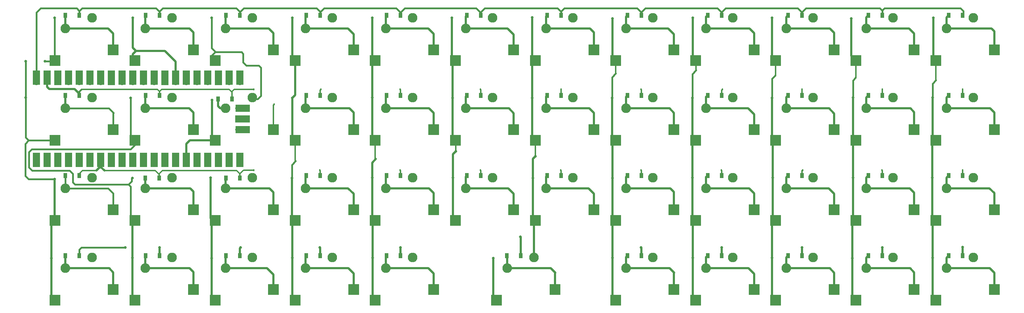
<source format=gbr>
%TF.GenerationSoftware,KiCad,Pcbnew,(6.0.11)*%
%TF.CreationDate,2023-04-14T22:13:07-06:00*%
%TF.ProjectId,JL Planck,4a4c2050-6c61-46e6-936b-2e6b69636164,rev?*%
%TF.SameCoordinates,Original*%
%TF.FileFunction,Copper,L2,Bot*%
%TF.FilePolarity,Positive*%
%FSLAX46Y46*%
G04 Gerber Fmt 4.6, Leading zero omitted, Abs format (unit mm)*
G04 Created by KiCad (PCBNEW (6.0.11)) date 2023-04-14 22:13:07*
%MOMM*%
%LPD*%
G01*
G04 APERTURE LIST*
%TA.AperFunction,SMDPad,CuDef*%
%ADD10R,2.550000X2.500000*%
%TD*%
%TA.AperFunction,ComponentPad*%
%ADD11C,2.286000*%
%TD*%
%TA.AperFunction,SMDPad,CuDef*%
%ADD12R,0.900000X1.200000*%
%TD*%
%TA.AperFunction,SMDPad,CuDef*%
%ADD13R,3.500000X1.700000*%
%TD*%
%TA.AperFunction,ComponentPad*%
%ADD14O,1.700000X1.700000*%
%TD*%
%TA.AperFunction,ComponentPad*%
%ADD15R,1.700000X1.700000*%
%TD*%
%TA.AperFunction,SMDPad,CuDef*%
%ADD16R,1.700000X3.500000*%
%TD*%
%TA.AperFunction,ViaPad*%
%ADD17C,0.457200*%
%TD*%
%TA.AperFunction,ViaPad*%
%ADD18C,0.635000*%
%TD*%
%TA.AperFunction,Conductor*%
%ADD19C,0.381000*%
%TD*%
%TA.AperFunction,Conductor*%
%ADD20C,0.508000*%
%TD*%
%TA.AperFunction,Conductor*%
%ADD21C,0.250000*%
%TD*%
%TA.AperFunction,Conductor*%
%ADD22C,0.304800*%
%TD*%
%TA.AperFunction,Conductor*%
%ADD23C,0.254000*%
%TD*%
G04 APERTURE END LIST*
D10*
%TO.P,SW26,2,2*%
%TO.N,Net-(D26-Pad2)*%
X95836681Y-101989249D03*
D11*
X84466681Y-96909249D03*
%TO.P,SW26,1,1*%
%TO.N,COL1*%
X90816681Y-94369249D03*
D10*
X81986681Y-104529249D03*
%TD*%
D11*
%TO.P,SW25,2,2*%
%TO.N,Net-(D25-Pad2)*%
X65466681Y-96909249D03*
D10*
X76836681Y-101989249D03*
D11*
%TO.P,SW25,1,1*%
%TO.N,COL0*%
X71816681Y-94369249D03*
D10*
X62986681Y-104529249D03*
%TD*%
D11*
%TO.P,SW18,2,2*%
%TO.N,Net-(D18-Pad2)*%
X160466681Y-77909249D03*
D10*
X171836681Y-82989249D03*
D11*
%TO.P,SW18,1,1*%
%TO.N,COL5*%
X166816681Y-75369249D03*
D10*
X157986681Y-85529249D03*
%TD*%
D11*
%TO.P,SW44,2,2*%
%TO.N,Net-(D44-Pad2)*%
X217466681Y-115909249D03*
D10*
X228836681Y-120989249D03*
D11*
%TO.P,SW44,1,1*%
%TO.N,COL8*%
X223816681Y-113369249D03*
D10*
X214986681Y-123529249D03*
%TD*%
D11*
%TO.P,SW14,1,1*%
%TO.N,COL1*%
X90816681Y-75369249D03*
D10*
X81986681Y-85529249D03*
%TO.P,SW14,2,2*%
%TO.N,Net-(D14-Pad2)*%
X95836681Y-82989249D03*
D11*
X84466681Y-77909249D03*
%TD*%
D10*
%TO.P,SW29,2,2*%
%TO.N,Net-(D29-Pad2)*%
X152836681Y-101989249D03*
D11*
X141466681Y-96909249D03*
D10*
%TO.P,SW29,1,1*%
%TO.N,COL4*%
X138986681Y-104529249D03*
D11*
X147816681Y-94369249D03*
%TD*%
%TO.P,SW20,2,2*%
%TO.N,Net-(D20-Pad2)*%
X198466681Y-77909249D03*
D10*
X209836681Y-82989249D03*
D11*
%TO.P,SW20,1,1*%
%TO.N,COL7*%
X204816681Y-75369249D03*
D10*
X195986681Y-85529249D03*
%TD*%
%TO.P,SW23,2,2*%
%TO.N,Net-(D23-Pad2)*%
X266836681Y-82989249D03*
D11*
X255466681Y-77909249D03*
%TO.P,SW23,1,1*%
%TO.N,COL10*%
X261816681Y-75369249D03*
D10*
X252986681Y-85529249D03*
%TD*%
%TO.P,SW16,2,2*%
%TO.N,Net-(D16-Pad2)*%
X133836681Y-82989249D03*
D11*
X122466681Y-77909249D03*
D10*
%TO.P,SW16,1,1*%
%TO.N,COL3*%
X119986681Y-85529249D03*
D11*
X128816681Y-75369249D03*
%TD*%
D10*
%TO.P,SW30,2,2*%
%TO.N,Net-(D30-Pad2)*%
X171836681Y-101989249D03*
D11*
X160466681Y-96909249D03*
%TO.P,SW30,1,1*%
%TO.N,COL5*%
X166816681Y-94369249D03*
D10*
X157986681Y-104529249D03*
%TD*%
%TO.P,SW36,2,2*%
%TO.N,Net-(D36-Pad2)*%
X285836681Y-101989249D03*
D11*
X274466681Y-96909249D03*
%TO.P,SW36,1,1*%
%TO.N,COL11*%
X280816681Y-94369249D03*
D10*
X271986681Y-104529249D03*
%TD*%
D11*
%TO.P,SW42,2,2*%
%TO.N,Net-(D42-Pad2)*%
X170241681Y-115909249D03*
D10*
X181611681Y-120989249D03*
D11*
%TO.P,SW42,1,1*%
%TO.N,COL6*%
X176591681Y-113369249D03*
D10*
X167761681Y-123529249D03*
%TD*%
%TO.P,SW8,2,2*%
%TO.N,Net-(D8-Pad2)*%
X209836681Y-63989249D03*
D11*
X198466681Y-58909249D03*
%TO.P,SW8,1,1*%
%TO.N,COL7*%
X204816681Y-56369249D03*
D10*
X195986681Y-66529249D03*
%TD*%
%TO.P,SW37,2,2*%
%TO.N,Net-(D37-Pad2)*%
X76836681Y-120989249D03*
D11*
X65466681Y-115909249D03*
D10*
%TO.P,SW37,1,1*%
%TO.N,COL0*%
X62986681Y-123529249D03*
D11*
X71816681Y-113369249D03*
%TD*%
%TO.P,SW39,2,2*%
%TO.N,Net-(D39-Pad2)*%
X103466681Y-115909249D03*
D10*
X114836681Y-120989249D03*
D11*
%TO.P,SW39,1,1*%
%TO.N,COL2*%
X109816681Y-113369249D03*
D10*
X100986681Y-123529249D03*
%TD*%
%TO.P,SW34,2,2*%
%TO.N,Net-(D34-Pad2)*%
X247836681Y-101989249D03*
D11*
X236466681Y-96909249D03*
D10*
%TO.P,SW34,1,1*%
%TO.N,COL9*%
X233986681Y-104529249D03*
D11*
X242816681Y-94369249D03*
%TD*%
%TO.P,SW31,2,2*%
%TO.N,Net-(D31-Pad2)*%
X179466681Y-96909249D03*
D10*
X190836681Y-101989249D03*
D11*
%TO.P,SW31,1,1*%
%TO.N,COL6*%
X185816681Y-94369249D03*
D10*
X176986681Y-104529249D03*
%TD*%
D11*
%TO.P,SW40,2,2*%
%TO.N,Net-(D40-Pad2)*%
X122466681Y-115909249D03*
D10*
X133836681Y-120989249D03*
D11*
%TO.P,SW40,1,1*%
%TO.N,COL3*%
X128816681Y-113369249D03*
D10*
X119986681Y-123529249D03*
%TD*%
D11*
%TO.P,SW35,2,2*%
%TO.N,Net-(D35-Pad2)*%
X255466681Y-96909249D03*
D10*
X266836681Y-101989249D03*
D11*
%TO.P,SW35,1,1*%
%TO.N,COL10*%
X261816681Y-94369249D03*
D10*
X252986681Y-104529249D03*
%TD*%
%TO.P,SW38,2,2*%
%TO.N,Net-(D38-Pad2)*%
X95836681Y-120989249D03*
D11*
X84466681Y-115909249D03*
D10*
%TO.P,SW38,1,1*%
%TO.N,COL1*%
X81986681Y-123529249D03*
D11*
X90816681Y-113369249D03*
%TD*%
D10*
%TO.P,SW10,2,2*%
%TO.N,Net-(D10-Pad2)*%
X247836681Y-63989249D03*
D11*
X236466681Y-58909249D03*
%TO.P,SW10,1,1*%
%TO.N,COL9*%
X242816681Y-56369249D03*
D10*
X233986681Y-66529249D03*
%TD*%
%TO.P,SW12,2,2*%
%TO.N,Net-(D12-Pad2)*%
X285836681Y-63989249D03*
D11*
X274466681Y-58909249D03*
D10*
%TO.P,SW12,1,1*%
%TO.N,COL11*%
X271986681Y-66529249D03*
D11*
X280816681Y-56369249D03*
%TD*%
D10*
%TO.P,SW22,2,2*%
%TO.N,Net-(D22-Pad2)*%
X247836681Y-82989249D03*
D11*
X236466681Y-77909249D03*
%TO.P,SW22,1,1*%
%TO.N,COL9*%
X242816681Y-75369249D03*
D10*
X233986681Y-85529249D03*
%TD*%
%TO.P,SW6,2,2*%
%TO.N,Net-(D6-Pad2)*%
X171836681Y-63989249D03*
D11*
X160466681Y-58909249D03*
%TO.P,SW6,1,1*%
%TO.N,COL5*%
X166816681Y-56369249D03*
D10*
X157986681Y-66529249D03*
%TD*%
%TO.P,SW41,2,2*%
%TO.N,Net-(D41-Pad2)*%
X152836681Y-120989249D03*
D11*
X141466681Y-115909249D03*
%TO.P,SW41,1,1*%
%TO.N,COL4*%
X147816681Y-113369249D03*
D10*
X138986681Y-123529249D03*
%TD*%
%TO.P,SW15,2,2*%
%TO.N,Net-(D15-Pad2)*%
X114836681Y-82989249D03*
D11*
X103466681Y-77909249D03*
D10*
%TO.P,SW15,1,1*%
%TO.N,COL2*%
X100986681Y-85529249D03*
D11*
X109816681Y-75369249D03*
%TD*%
D10*
%TO.P,SW1,2,2*%
%TO.N,Net-(D1-Pad2)*%
X76836681Y-63989249D03*
D11*
X65466681Y-58909249D03*
D10*
%TO.P,SW1,1,1*%
%TO.N,COL0*%
X62986681Y-66529249D03*
D11*
X71816681Y-56369249D03*
%TD*%
%TO.P,SW13,2,2*%
%TO.N,Net-(D13-Pad2)*%
X65466681Y-77909249D03*
D10*
X76836681Y-82989249D03*
D11*
%TO.P,SW13,1,1*%
%TO.N,COL0*%
X71816681Y-75369249D03*
D10*
X62986681Y-85529249D03*
%TD*%
%TO.P,SW24,2,2*%
%TO.N,Net-(D24-Pad2)*%
X285836681Y-82989249D03*
D11*
X274466681Y-77909249D03*
D10*
%TO.P,SW24,1,1*%
%TO.N,COL11*%
X271986681Y-85529249D03*
D11*
X280816681Y-75369249D03*
%TD*%
D10*
%TO.P,SW17,2,2*%
%TO.N,Net-(D17-Pad2)*%
X152836681Y-82989249D03*
D11*
X141466681Y-77909249D03*
%TO.P,SW17,1,1*%
%TO.N,COL4*%
X147816681Y-75369249D03*
D10*
X138986681Y-85529249D03*
%TD*%
D11*
%TO.P,SW32,2,2*%
%TO.N,Net-(D32-Pad2)*%
X198466681Y-96909249D03*
D10*
X209836681Y-101989249D03*
%TO.P,SW32,1,1*%
%TO.N,COL7*%
X195986681Y-104529249D03*
D11*
X204816681Y-94369249D03*
%TD*%
%TO.P,SW7,2,2*%
%TO.N,Net-(D7-Pad2)*%
X179466681Y-58909249D03*
D10*
X190836681Y-63989249D03*
%TO.P,SW7,1,1*%
%TO.N,COL6*%
X176986681Y-66529249D03*
D11*
X185816681Y-56369249D03*
%TD*%
D10*
%TO.P,SW3,2,2*%
%TO.N,Net-(D3-Pad2)*%
X114836681Y-63989249D03*
D11*
X103466681Y-58909249D03*
%TO.P,SW3,1,1*%
%TO.N,COL2*%
X109816681Y-56369249D03*
D10*
X100986681Y-66529249D03*
%TD*%
D11*
%TO.P,SW27,2,2*%
%TO.N,Net-(D27-Pad2)*%
X103466681Y-96909249D03*
D10*
X114836681Y-101989249D03*
%TO.P,SW27,1,1*%
%TO.N,COL2*%
X100986681Y-104529249D03*
D11*
X109816681Y-94369249D03*
%TD*%
D10*
%TO.P,SW21,2,2*%
%TO.N,Net-(D21-Pad2)*%
X228836681Y-82989249D03*
D11*
X217466681Y-77909249D03*
%TO.P,SW21,1,1*%
%TO.N,COL8*%
X223816681Y-75369249D03*
D10*
X214986681Y-85529249D03*
%TD*%
D11*
%TO.P,SW5,2,2*%
%TO.N,Net-(D5-Pad2)*%
X141466681Y-58909249D03*
D10*
X152836681Y-63989249D03*
D11*
%TO.P,SW5,1,1*%
%TO.N,COL4*%
X147816681Y-56369249D03*
D10*
X138986681Y-66529249D03*
%TD*%
%TO.P,SW28,2,2*%
%TO.N,Net-(D28-Pad2)*%
X133836681Y-101989249D03*
D11*
X122466681Y-96909249D03*
D10*
%TO.P,SW28,1,1*%
%TO.N,COL3*%
X119986681Y-104529249D03*
D11*
X128816681Y-94369249D03*
%TD*%
D10*
%TO.P,SW19,2,2*%
%TO.N,Net-(D19-Pad2)*%
X190836681Y-82989249D03*
D11*
X179466681Y-77909249D03*
D10*
%TO.P,SW19,1,1*%
%TO.N,COL6*%
X176986681Y-85529249D03*
D11*
X185816681Y-75369249D03*
%TD*%
D10*
%TO.P,SW43,2,2*%
%TO.N,Net-(D43-Pad2)*%
X209836681Y-120989249D03*
D11*
X198466681Y-115909249D03*
D10*
%TO.P,SW43,1,1*%
%TO.N,COL7*%
X195986681Y-123529249D03*
D11*
X204816681Y-113369249D03*
%TD*%
D10*
%TO.P,SW46,2,2*%
%TO.N,Net-(D46-Pad2)*%
X266836681Y-120989249D03*
D11*
X255466681Y-115909249D03*
D10*
%TO.P,SW46,1,1*%
%TO.N,COL10*%
X252986681Y-123529249D03*
D11*
X261816681Y-113369249D03*
%TD*%
D10*
%TO.P,SW47,2,2*%
%TO.N,Net-(D47-Pad2)*%
X285836681Y-120989249D03*
D11*
X274466681Y-115909249D03*
%TO.P,SW47,1,1*%
%TO.N,COL11*%
X280816681Y-113369249D03*
D10*
X271986681Y-123529249D03*
%TD*%
%TO.P,SW33,2,2*%
%TO.N,Net-(D33-Pad2)*%
X228836681Y-101989249D03*
D11*
X217466681Y-96909249D03*
%TO.P,SW33,1,1*%
%TO.N,COL8*%
X223816681Y-94369249D03*
D10*
X214986681Y-104529249D03*
%TD*%
%TO.P,SW45,2,2*%
%TO.N,Net-(D45-Pad2)*%
X247836681Y-120989249D03*
D11*
X236466681Y-115909249D03*
D10*
%TO.P,SW45,1,1*%
%TO.N,COL9*%
X233986681Y-123529249D03*
D11*
X242816681Y-113369249D03*
%TD*%
%TO.P,SW9,2,2*%
%TO.N,Net-(D9-Pad2)*%
X217466681Y-58909249D03*
D10*
X228836681Y-63989249D03*
D11*
%TO.P,SW9,1,1*%
%TO.N,COL8*%
X223816681Y-56369249D03*
D10*
X214986681Y-66529249D03*
%TD*%
D11*
%TO.P,SW4,2,2*%
%TO.N,Net-(D4-Pad2)*%
X122466681Y-58909249D03*
D10*
X133836681Y-63989249D03*
D11*
%TO.P,SW4,1,1*%
%TO.N,COL3*%
X128816681Y-56369249D03*
D10*
X119986681Y-66529249D03*
%TD*%
%TO.P,SW2,2,2*%
%TO.N,Net-(D2-Pad2)*%
X95836681Y-63989249D03*
D11*
X84466681Y-58909249D03*
%TO.P,SW2,1,1*%
%TO.N,COL1*%
X90816681Y-56369249D03*
D10*
X81986681Y-66529249D03*
%TD*%
%TO.P,SW11,2,2*%
%TO.N,Net-(D11-Pad2)*%
X266836681Y-63989249D03*
D11*
X255466681Y-58909249D03*
D10*
%TO.P,SW11,1,1*%
%TO.N,COL10*%
X252986681Y-66529249D03*
D11*
X261816681Y-56369249D03*
%TD*%
D12*
%TO.P,D18,1,K*%
%TO.N,ROW1*%
X163996681Y-74809249D03*
%TO.P,D18,2,A*%
%TO.N,Net-(D18-Pad2)*%
X160696681Y-74809249D03*
%TD*%
%TO.P,D35,1,K*%
%TO.N,ROW2*%
X259246681Y-93859249D03*
%TO.P,D35,2,A*%
%TO.N,Net-(D35-Pad2)*%
X255946681Y-93859249D03*
%TD*%
%TO.P,D1,1,K*%
%TO.N,ROW0*%
X68746681Y-55759249D03*
%TO.P,D1,2,A*%
%TO.N,Net-(D1-Pad2)*%
X65446681Y-55759249D03*
%TD*%
%TO.P,D4,1,K*%
%TO.N,ROW0*%
X125896681Y-55759249D03*
%TO.P,D4,2,A*%
%TO.N,Net-(D4-Pad2)*%
X122596681Y-55759249D03*
%TD*%
%TO.P,D27,1,K*%
%TO.N,ROW2*%
X106846681Y-94469249D03*
%TO.P,D27,2,A*%
%TO.N,Net-(D27-Pad2)*%
X103546681Y-94469249D03*
%TD*%
%TO.P,D22,1,K*%
%TO.N,ROW1*%
X240196681Y-74809249D03*
%TO.P,D22,2,A*%
%TO.N,Net-(D22-Pad2)*%
X236896681Y-74809249D03*
%TD*%
%TO.P,D44,1,K*%
%TO.N,ROW3*%
X221146681Y-112909249D03*
%TO.P,D44,2,A*%
%TO.N,Net-(D44-Pad2)*%
X217846681Y-112909249D03*
%TD*%
%TO.P,D41,1,K*%
%TO.N,ROW3*%
X144946681Y-112909249D03*
%TO.P,D41,2,A*%
%TO.N,Net-(D41-Pad2)*%
X141646681Y-112909249D03*
%TD*%
%TO.P,D30,1,K*%
%TO.N,ROW2*%
X163996681Y-93859249D03*
%TO.P,D30,2,A*%
%TO.N,Net-(D30-Pad2)*%
X160696681Y-93859249D03*
%TD*%
%TO.P,D25,1,K*%
%TO.N,ROW2*%
X68746681Y-93859249D03*
%TO.P,D25,2,A*%
%TO.N,Net-(D25-Pad2)*%
X65446681Y-93859249D03*
%TD*%
%TO.P,D24,1,K*%
%TO.N,ROW1*%
X278296681Y-74809249D03*
%TO.P,D24,2,A*%
%TO.N,Net-(D24-Pad2)*%
X274996681Y-74809249D03*
%TD*%
%TO.P,D43,1,K*%
%TO.N,ROW3*%
X202096681Y-112909249D03*
%TO.P,D43,2,A*%
%TO.N,Net-(D43-Pad2)*%
X198796681Y-112909249D03*
%TD*%
%TO.P,D39,1,K*%
%TO.N,ROW3*%
X106846681Y-112909249D03*
%TO.P,D39,2,A*%
%TO.N,Net-(D39-Pad2)*%
X103546681Y-112909249D03*
%TD*%
%TO.P,D29,1,K*%
%TO.N,ROW2*%
X144946681Y-93859249D03*
%TO.P,D29,2,A*%
%TO.N,Net-(D29-Pad2)*%
X141646681Y-93859249D03*
%TD*%
%TO.P,D33,1,K*%
%TO.N,ROW2*%
X221146681Y-93859249D03*
%TO.P,D33,2,A*%
%TO.N,Net-(D33-Pad2)*%
X217846681Y-93859249D03*
%TD*%
%TO.P,D20,1,K*%
%TO.N,ROW1*%
X202096681Y-74809249D03*
%TO.P,D20,2,A*%
%TO.N,Net-(D20-Pad2)*%
X198796681Y-74809249D03*
%TD*%
%TO.P,D19,1,K*%
%TO.N,ROW1*%
X183046681Y-74809249D03*
%TO.P,D19,2,A*%
%TO.N,Net-(D19-Pad2)*%
X179746681Y-74809249D03*
%TD*%
%TO.P,D23,1,K*%
%TO.N,ROW1*%
X259246681Y-74809249D03*
%TO.P,D23,2,A*%
%TO.N,Net-(D23-Pad2)*%
X255946681Y-74809249D03*
%TD*%
%TO.P,D2,1,K*%
%TO.N,ROW0*%
X87796681Y-55759249D03*
%TO.P,D2,2,A*%
%TO.N,Net-(D2-Pad2)*%
X84496681Y-55759249D03*
%TD*%
%TO.P,D6,1,K*%
%TO.N,ROW0*%
X163996681Y-55759249D03*
%TO.P,D6,2,A*%
%TO.N,Net-(D6-Pad2)*%
X160696681Y-55759249D03*
%TD*%
%TO.P,D13,2,A*%
%TO.N,Net-(D13-Pad2)*%
X65446681Y-74809249D03*
%TO.P,D13,1,K*%
%TO.N,ROW1*%
X68746681Y-74809249D03*
%TD*%
%TO.P,D45,1,K*%
%TO.N,ROW3*%
X240196681Y-112909249D03*
%TO.P,D45,2,A*%
%TO.N,Net-(D45-Pad2)*%
X236896681Y-112909249D03*
%TD*%
%TO.P,D28,1,K*%
%TO.N,ROW2*%
X125896681Y-93859249D03*
%TO.P,D28,2,A*%
%TO.N,Net-(D28-Pad2)*%
X122596681Y-93859249D03*
%TD*%
%TO.P,D8,1,K*%
%TO.N,ROW0*%
X202096681Y-55759249D03*
%TO.P,D8,2,A*%
%TO.N,Net-(D8-Pad2)*%
X198796681Y-55759249D03*
%TD*%
%TO.P,D7,1,K*%
%TO.N,ROW0*%
X183046681Y-55759249D03*
%TO.P,D7,2,A*%
%TO.N,Net-(D7-Pad2)*%
X179746681Y-55759249D03*
%TD*%
%TO.P,D38,1,K*%
%TO.N,ROW3*%
X87796681Y-112909249D03*
%TO.P,D38,2,A*%
%TO.N,Net-(D38-Pad2)*%
X84496681Y-112909249D03*
%TD*%
%TO.P,D32,1,K*%
%TO.N,ROW2*%
X202096681Y-93859249D03*
%TO.P,D32,2,A*%
%TO.N,Net-(D32-Pad2)*%
X198796681Y-93859249D03*
%TD*%
%TO.P,D26,1,K*%
%TO.N,ROW2*%
X87690681Y-94469249D03*
%TO.P,D26,2,A*%
%TO.N,Net-(D26-Pad2)*%
X84390681Y-94469249D03*
%TD*%
%TO.P,D42,1,K*%
%TO.N,ROW3*%
X173521681Y-112909249D03*
%TO.P,D42,2,A*%
%TO.N,Net-(D42-Pad2)*%
X170221681Y-112909249D03*
%TD*%
%TO.P,D5,1,K*%
%TO.N,ROW0*%
X144946681Y-55759249D03*
%TO.P,D5,2,A*%
%TO.N,Net-(D5-Pad2)*%
X141646681Y-55759249D03*
%TD*%
%TO.P,D15,1,K*%
%TO.N,ROW1*%
X104962681Y-75673249D03*
%TO.P,D15,2,A*%
%TO.N,Net-(D15-Pad2)*%
X101662681Y-75673249D03*
%TD*%
%TO.P,D12,1,K*%
%TO.N,ROW0*%
X278296681Y-55759249D03*
%TO.P,D12,2,A*%
%TO.N,Net-(D12-Pad2)*%
X274996681Y-55759249D03*
%TD*%
%TO.P,D40,1,K*%
%TO.N,ROW3*%
X125896681Y-112909249D03*
%TO.P,D40,2,A*%
%TO.N,Net-(D40-Pad2)*%
X122596681Y-112909249D03*
%TD*%
%TO.P,D36,1,K*%
%TO.N,ROW2*%
X278296681Y-93859249D03*
%TO.P,D36,2,A*%
%TO.N,Net-(D36-Pad2)*%
X274996681Y-93859249D03*
%TD*%
%TO.P,D11,1,K*%
%TO.N,ROW0*%
X259246681Y-55759249D03*
%TO.P,D11,2,A*%
%TO.N,Net-(D11-Pad2)*%
X255946681Y-55759249D03*
%TD*%
%TO.P,D21,1,K*%
%TO.N,ROW1*%
X221146681Y-74809249D03*
%TO.P,D21,2,A*%
%TO.N,Net-(D21-Pad2)*%
X217846681Y-74809249D03*
%TD*%
%TO.P,D47,1,K*%
%TO.N,ROW3*%
X278296681Y-112909249D03*
%TO.P,D47,2,A*%
%TO.N,Net-(D47-Pad2)*%
X274996681Y-112909249D03*
%TD*%
%TO.P,D34,1,K*%
%TO.N,ROW2*%
X240196681Y-93859249D03*
%TO.P,D34,2,A*%
%TO.N,Net-(D34-Pad2)*%
X236896681Y-93859249D03*
%TD*%
%TO.P,D37,1,K*%
%TO.N,ROW3*%
X68746681Y-112909249D03*
%TO.P,D37,2,A*%
%TO.N,Net-(D37-Pad2)*%
X65446681Y-112909249D03*
%TD*%
%TO.P,D10,1,K*%
%TO.N,ROW0*%
X240196681Y-55759249D03*
%TO.P,D10,2,A*%
%TO.N,Net-(D10-Pad2)*%
X236896681Y-55759249D03*
%TD*%
%TO.P,D14,1,K*%
%TO.N,ROW1*%
X87796681Y-74809249D03*
%TO.P,D14,2,A*%
%TO.N,Net-(D14-Pad2)*%
X84496681Y-74809249D03*
%TD*%
D13*
%TO.P,U1,43,SWDIO*%
%TO.N,unconnected-(U1-Pad43)*%
X107538681Y-82912249D03*
D14*
X106638681Y-82912249D03*
D13*
%TO.P,U1,42,GND*%
%TO.N,unconnected-(U1-Pad42)*%
X107538681Y-80372249D03*
D15*
X106638681Y-80372249D03*
D13*
%TO.P,U1,41,SWCLK*%
%TO.N,unconnected-(U1-Pad41)*%
X107538681Y-77832249D03*
D14*
X106638681Y-77832249D03*
%TO.P,U1,40,VBUS*%
%TO.N,unconnected-(U1-Pad40)*%
X58608681Y-89262249D03*
D16*
X58608681Y-90162249D03*
D14*
%TO.P,U1,39,VSYS*%
%TO.N,unconnected-(U1-Pad39)*%
X61148681Y-89262249D03*
D16*
X61148681Y-90162249D03*
D15*
%TO.P,U1,38,GND*%
%TO.N,unconnected-(U1-Pad38)*%
X63688681Y-89262249D03*
D16*
X63688681Y-90162249D03*
%TO.P,U1,37,3V3_EN*%
%TO.N,unconnected-(U1-Pad37)*%
X66228681Y-90162249D03*
D14*
X66228681Y-89262249D03*
%TO.P,U1,36,3V3*%
%TO.N,unconnected-(U1-Pad36)*%
X68768681Y-89262249D03*
D16*
X68768681Y-90162249D03*
%TO.P,U1,35,ADC_VREF*%
%TO.N,unconnected-(U1-Pad35)*%
X71308681Y-90162249D03*
D14*
X71308681Y-89262249D03*
D16*
%TO.P,U1,34,GPIO28_ADC2*%
%TO.N,ROW2*%
X73848681Y-90162249D03*
D14*
X73848681Y-89262249D03*
D15*
%TO.P,U1,33,AGND*%
%TO.N,unconnected-(U1-Pad33)*%
X76388681Y-89262249D03*
D16*
X76388681Y-90162249D03*
%TO.P,U1,32,GPIO27_ADC1*%
%TO.N,COL0*%
X78928681Y-90162249D03*
D14*
X78928681Y-89262249D03*
D16*
%TO.P,U1,31,GPIO26_ADC0*%
%TO.N,ROW3*%
X81468681Y-90162249D03*
D14*
X81468681Y-89262249D03*
D16*
%TO.P,U1,30,RUN*%
%TO.N,unconnected-(U1-Pad30)*%
X84008681Y-90162249D03*
D14*
X84008681Y-89262249D03*
D16*
%TO.P,U1,29,GPIO22*%
%TO.N,unconnected-(U1-Pad29)*%
X86548681Y-90162249D03*
D14*
X86548681Y-89262249D03*
D16*
%TO.P,U1,28,GND*%
%TO.N,unconnected-(U1-Pad28)*%
X89088681Y-90162249D03*
D15*
X89088681Y-89262249D03*
D16*
%TO.P,U1,27,GPIO21*%
%TO.N,unconnected-(U1-Pad27)*%
X91628681Y-90162249D03*
D14*
X91628681Y-89262249D03*
D16*
%TO.P,U1,26,GPIO20*%
%TO.N,COL2*%
X94168681Y-90162249D03*
D14*
X94168681Y-89262249D03*
D16*
%TO.P,U1,25,GPIO19*%
%TO.N,COL3*%
X96708681Y-90162249D03*
D14*
X96708681Y-89262249D03*
%TO.P,U1,24,GPIO18*%
%TO.N,COL4*%
X99248681Y-89262249D03*
D16*
X99248681Y-90162249D03*
%TO.P,U1,23,GND*%
%TO.N,unconnected-(U1-Pad23)*%
X101788681Y-90162249D03*
D15*
X101788681Y-89262249D03*
D16*
%TO.P,U1,22,GPIO17*%
%TO.N,COL5*%
X104328681Y-90162249D03*
D14*
X104328681Y-89262249D03*
%TO.P,U1,21,GPIO16*%
%TO.N,COL6*%
X106868681Y-89262249D03*
D16*
X106868681Y-90162249D03*
%TO.P,U1,20,GPIO15*%
%TO.N,COL7*%
X106868681Y-70582249D03*
D14*
X106868681Y-71482249D03*
D16*
%TO.P,U1,19,GPIO14*%
%TO.N,COL8*%
X104328681Y-70582249D03*
D14*
X104328681Y-71482249D03*
D15*
%TO.P,U1,18,GND*%
%TO.N,unconnected-(U1-Pad18)*%
X101788681Y-71482249D03*
D16*
X101788681Y-70582249D03*
%TO.P,U1,17,GPIO13*%
%TO.N,COL9*%
X99248681Y-70582249D03*
D14*
X99248681Y-71482249D03*
%TO.P,U1,16,GPIO12*%
%TO.N,COL10*%
X96708681Y-71482249D03*
D16*
X96708681Y-70582249D03*
D14*
%TO.P,U1,15,GPIO11*%
%TO.N,COL11*%
X94168681Y-71482249D03*
D16*
X94168681Y-70582249D03*
%TO.P,U1,14,GPIO10*%
%TO.N,COL1*%
X91628681Y-70582249D03*
D14*
X91628681Y-71482249D03*
D15*
%TO.P,U1,13,GND*%
%TO.N,unconnected-(U1-Pad13)*%
X89088681Y-71482249D03*
D16*
X89088681Y-70582249D03*
%TO.P,U1,12,GPIO9*%
%TO.N,unconnected-(U1-Pad12)*%
X86548681Y-70582249D03*
D14*
X86548681Y-71482249D03*
D16*
%TO.P,U1,11,GPIO8*%
%TO.N,unconnected-(U1-Pad11)*%
X84008681Y-70582249D03*
D14*
X84008681Y-71482249D03*
%TO.P,U1,10,GPIO7*%
%TO.N,unconnected-(U1-Pad10)*%
X81468681Y-71482249D03*
D16*
X81468681Y-70582249D03*
D14*
%TO.P,U1,9,GPIO6*%
%TO.N,unconnected-(U1-Pad9)*%
X78928681Y-71482249D03*
D16*
X78928681Y-70582249D03*
D15*
%TO.P,U1,8,GND*%
%TO.N,unconnected-(U1-Pad8)*%
X76388681Y-71482249D03*
D16*
X76388681Y-70582249D03*
D14*
%TO.P,U1,7,GPIO5*%
%TO.N,unconnected-(U1-Pad7)*%
X73848681Y-71482249D03*
D16*
X73848681Y-70582249D03*
%TO.P,U1,6,GPIO4*%
%TO.N,unconnected-(U1-Pad6)*%
X71308681Y-70582249D03*
D14*
X71308681Y-71482249D03*
D16*
%TO.P,U1,5,GPIO3*%
%TO.N,unconnected-(U1-Pad5)*%
X68768681Y-70582249D03*
D14*
X68768681Y-71482249D03*
D16*
%TO.P,U1,4,GPIO2*%
%TO.N,unconnected-(U1-Pad4)*%
X66228681Y-70582249D03*
D14*
X66228681Y-71482249D03*
D15*
%TO.P,U1,3,GND*%
%TO.N,unconnected-(U1-Pad3)*%
X63688681Y-71482249D03*
D16*
X63688681Y-70582249D03*
%TO.P,U1,2,GPIO1*%
%TO.N,ROW1*%
X61148681Y-70582249D03*
D14*
X61148681Y-71482249D03*
D16*
%TO.P,U1,1,GPIO0*%
%TO.N,ROW0*%
X58608681Y-70582249D03*
D14*
X58608681Y-71482249D03*
%TD*%
D12*
%TO.P,D46,1,K*%
%TO.N,ROW3*%
X259246681Y-112909249D03*
%TO.P,D46,2,A*%
%TO.N,Net-(D46-Pad2)*%
X255946681Y-112909249D03*
%TD*%
%TO.P,D31,1,K*%
%TO.N,ROW2*%
X183046681Y-93859249D03*
%TO.P,D31,2,A*%
%TO.N,Net-(D31-Pad2)*%
X179746681Y-93859249D03*
%TD*%
%TO.P,D17,1,K*%
%TO.N,ROW1*%
X144946681Y-74809249D03*
%TO.P,D17,2,A*%
%TO.N,Net-(D17-Pad2)*%
X141646681Y-74809249D03*
%TD*%
%TO.P,D9,1,K*%
%TO.N,ROW0*%
X221146681Y-55759249D03*
%TO.P,D9,2,A*%
%TO.N,Net-(D9-Pad2)*%
X217846681Y-55759249D03*
%TD*%
%TO.P,D3,1,K*%
%TO.N,ROW0*%
X106846681Y-55759249D03*
%TO.P,D3,2,A*%
%TO.N,Net-(D3-Pad2)*%
X103546681Y-55759249D03*
%TD*%
%TO.P,D16,1,K*%
%TO.N,ROW1*%
X125896681Y-74809249D03*
%TO.P,D16,2,A*%
%TO.N,Net-(D16-Pad2)*%
X122596681Y-74809249D03*
%TD*%
D17*
%TO.N,ROW1*%
X259268681Y-73387249D03*
X221295681Y-73387249D03*
X163891681Y-73387249D03*
X110170681Y-73387249D03*
X126045681Y-73387249D03*
X144841681Y-73387249D03*
X278318681Y-73387249D03*
X183068681Y-73387249D03*
X201991681Y-73387249D03*
X240218681Y-73387249D03*
%TO.N,Net-(D15-Pad2)*%
X114996681Y-76943249D03*
%TO.N,ROW2*%
X278318681Y-92564249D03*
X221041681Y-92564249D03*
X259141681Y-92564249D03*
X182941681Y-92564249D03*
X163891681Y-92564249D03*
X125791681Y-92564249D03*
X144841681Y-92564249D03*
X240345681Y-92564249D03*
X201991681Y-92564249D03*
X110170681Y-92564249D03*
D18*
%TO.N,ROW3*%
X221168681Y-110979249D03*
X173416681Y-108439249D03*
X125791681Y-110979249D03*
X240218681Y-110979249D03*
X201991681Y-110979249D03*
X278318681Y-110852249D03*
X79690681Y-110979249D03*
X259268681Y-110979249D03*
X144968681Y-110979249D03*
X87818681Y-110979249D03*
X106995681Y-110979249D03*
%TO.N,COL0*%
X62926681Y-94723249D03*
X60640681Y-66656249D03*
X62905280Y-56390650D03*
X62164681Y-113519249D03*
X56068681Y-66656249D03*
X56068681Y-75292249D03*
%TO.N,COL1*%
X80960681Y-75419249D03*
X81468681Y-56369249D03*
X81341681Y-113392249D03*
X81341681Y-94469249D03*
%TO.N,COL2*%
X100264681Y-75927249D03*
X100137681Y-113519249D03*
X99910681Y-94369249D03*
X100137681Y-56369249D03*
%TO.N,COL3*%
X119314681Y-56369249D03*
X119314681Y-113392249D03*
X119314681Y-75419249D03*
D17*
X120076681Y-90405249D03*
D18*
X119187681Y-94469249D03*
D17*
%TO.N,COL4*%
X139126681Y-89897249D03*
D18*
X138364681Y-113392249D03*
X138237681Y-94342249D03*
X138237681Y-56369249D03*
X138237681Y-75292249D03*
%TO.N,COL5*%
X157160681Y-56369249D03*
X158049681Y-88119249D03*
X157414681Y-94342249D03*
X157287681Y-75419249D03*
%TO.N,COL6*%
X176972681Y-89262249D03*
X176210681Y-56242249D03*
X166939681Y-113519249D03*
X176210681Y-75419249D03*
X176337681Y-94469249D03*
D17*
%TO.N,COL7*%
X196022681Y-69577249D03*
D18*
X195260681Y-113392249D03*
X195260681Y-56496249D03*
X195260681Y-94469249D03*
X195133681Y-75419249D03*
%TO.N,COL8*%
X214183681Y-94342249D03*
D17*
X215072681Y-68815249D03*
D18*
X214183681Y-75419249D03*
X214310681Y-113392249D03*
X214310681Y-56369249D03*
%TO.N,COL9*%
X233233681Y-94342249D03*
X233106681Y-113392249D03*
D17*
X233868681Y-70085249D03*
D18*
X233106681Y-56369249D03*
X233106681Y-75419249D03*
%TO.N,COL10*%
X252283681Y-94342249D03*
X251902681Y-56496249D03*
D17*
X252918681Y-70593249D03*
D18*
X252283681Y-75292249D03*
X252156681Y-113519249D03*
%TO.N,COL11*%
X271333681Y-56369249D03*
X271206681Y-75292249D03*
X271206681Y-113392249D03*
X271079681Y-94342249D03*
D17*
X271986681Y-71210249D03*
%TD*%
D19*
%TO.N,ROW0*%
X221146681Y-55759249D02*
X221146681Y-54994249D01*
X125896681Y-54994249D02*
X126807681Y-54083249D01*
X183046681Y-54867249D02*
X183830681Y-54083249D01*
X87796681Y-55759249D02*
X87796681Y-54867249D01*
X221146681Y-55077249D02*
X220152681Y-54083249D01*
X183046681Y-55759249D02*
X183046681Y-54950249D01*
X202096681Y-55759249D02*
X202096681Y-54994249D01*
X163996681Y-54994249D02*
X164907681Y-54083249D01*
X144946681Y-55759249D02*
X144946681Y-55077249D01*
X125896681Y-54950249D02*
X125029681Y-54083249D01*
X183046681Y-55759249D02*
X183046681Y-54867249D01*
X278445681Y-54718249D02*
X278445681Y-55610249D01*
X240196681Y-55759249D02*
X240196681Y-54994249D01*
X68133681Y-54083249D02*
X68768681Y-54718249D01*
X259246681Y-54613249D02*
X259163681Y-54613249D01*
X221146681Y-54994249D02*
X222057681Y-54083249D01*
X88580681Y-54083249D02*
X105979681Y-54083249D01*
X68746681Y-54740249D02*
X68746681Y-55759249D01*
X202096681Y-55759249D02*
X202096681Y-55077249D01*
X59624681Y-54083249D02*
X68133681Y-54083249D01*
X259163681Y-54613249D02*
X258633681Y-54083249D01*
X202096681Y-54994249D02*
X203007681Y-54083249D01*
X277810681Y-54083249D02*
X278445681Y-54718249D01*
X106846681Y-55759249D02*
X106846681Y-54994249D01*
X144946681Y-55077249D02*
X143952681Y-54083249D01*
X106846681Y-55759249D02*
X106846681Y-54950249D01*
X240196681Y-54994249D02*
X241107681Y-54083249D01*
X68746681Y-54740249D02*
X69403681Y-54083249D01*
X87796681Y-54950249D02*
X86929681Y-54083249D01*
X164907681Y-54083249D02*
X182179681Y-54083249D01*
X183046681Y-54950249D02*
X182179681Y-54083249D01*
X68768681Y-54718249D02*
X68746681Y-54740249D01*
X58608681Y-55099249D02*
X59624681Y-54083249D01*
X107757681Y-54083249D02*
X125029681Y-54083249D01*
X222057681Y-54083249D02*
X239202681Y-54083249D01*
X144946681Y-55121249D02*
X145984681Y-54083249D01*
X259776681Y-54083249D02*
X277810681Y-54083249D01*
X259246681Y-55759249D02*
X259246681Y-54613249D01*
X125896681Y-55759249D02*
X125896681Y-54950249D01*
X145984681Y-54083249D02*
X162875681Y-54083249D01*
X221146681Y-55759249D02*
X221146681Y-55077249D01*
X126807681Y-54083249D02*
X143952681Y-54083249D01*
X106846681Y-54950249D02*
X105979681Y-54083249D01*
X278445681Y-55610249D02*
X278296681Y-55759249D01*
X241107681Y-54083249D02*
X258633681Y-54083249D01*
X202096681Y-55077249D02*
X201102681Y-54083249D01*
X240196681Y-55077249D02*
X239202681Y-54083249D01*
X125896681Y-55759249D02*
X125896681Y-54994249D01*
X240196681Y-55759249D02*
X240196681Y-55077249D01*
X203007681Y-54083249D02*
X220152681Y-54083249D01*
X58608681Y-71482249D02*
X58608681Y-55099249D01*
X87796681Y-55759249D02*
X87796681Y-54950249D01*
X259246681Y-54613249D02*
X259776681Y-54083249D01*
X69403681Y-54083249D02*
X86929681Y-54083249D01*
X163996681Y-55759249D02*
X163996681Y-54994249D01*
X163996681Y-55204249D02*
X162875681Y-54083249D01*
X163996681Y-55759249D02*
X163996681Y-55204249D01*
X87796681Y-54867249D02*
X88580681Y-54083249D01*
X106846681Y-54994249D02*
X107757681Y-54083249D01*
X144946681Y-55759249D02*
X144946681Y-55121249D01*
X183830681Y-54083249D02*
X201102681Y-54083249D01*
D20*
%TO.N,Net-(D1-Pad2)*%
X65466681Y-58909249D02*
X65466681Y-55779249D01*
X65466681Y-58909249D02*
X75626681Y-58909249D01*
X76836681Y-60119249D02*
X76836681Y-63989249D01*
X65466681Y-55779249D02*
X65446681Y-55759249D01*
X75626681Y-58909249D02*
X76836681Y-60119249D01*
%TO.N,Net-(D2-Pad2)*%
X84466681Y-58909249D02*
X84466681Y-55789249D01*
X95836681Y-59815249D02*
X95836681Y-63989249D01*
D21*
X84496681Y-55759249D02*
X84516681Y-55779249D01*
D20*
X94930681Y-58909249D02*
X95836681Y-59815249D01*
X84466681Y-58909249D02*
X94930681Y-58909249D01*
X84466681Y-55789249D02*
X84496681Y-55759249D01*
%TO.N,Net-(D3-Pad2)*%
X103466681Y-58909249D02*
X103466681Y-55839249D01*
X103466681Y-55839249D02*
X103546681Y-55759249D01*
X114836681Y-60019249D02*
X114836681Y-63989249D01*
X103466681Y-58909249D02*
X113726681Y-58909249D01*
D21*
X103546681Y-55759249D02*
X103566681Y-55779249D01*
D20*
X113726681Y-58909249D02*
X114836681Y-60019249D01*
%TO.N,Net-(D4-Pad2)*%
X133836681Y-60223249D02*
X133836681Y-63989249D01*
X122466681Y-58909249D02*
X132522681Y-58909249D01*
X132522681Y-58909249D02*
X133836681Y-60223249D01*
X122466681Y-58909249D02*
X122466681Y-55889249D01*
X122466681Y-55889249D02*
X122596681Y-55759249D01*
%TO.N,Net-(D5-Pad2)*%
X152836681Y-60173249D02*
X152836681Y-63989249D01*
X141466681Y-58909249D02*
X151572681Y-58909249D01*
X141466681Y-55939249D02*
X141646681Y-55759249D01*
X141466681Y-58909249D02*
X141466681Y-55939249D01*
X151572681Y-58909249D02*
X152836681Y-60173249D01*
%TO.N,Net-(D6-Pad2)*%
X160466681Y-58909249D02*
X170368681Y-58909249D01*
X171836681Y-60377249D02*
X171836681Y-63989249D01*
X160466681Y-55989249D02*
X160696681Y-55759249D01*
X160466681Y-58909249D02*
X160466681Y-55989249D01*
D21*
X160696681Y-55759249D02*
X160716681Y-55779249D01*
D20*
X170368681Y-58909249D02*
X171836681Y-60377249D01*
%TO.N,Net-(D7-Pad2)*%
X179466681Y-58909249D02*
X189926681Y-58909249D01*
X189926681Y-58909249D02*
X190836681Y-59819249D01*
X190836681Y-59819249D02*
X190836681Y-63989249D01*
X179466681Y-58909249D02*
X179466681Y-56039249D01*
X179466681Y-56039249D02*
X179746681Y-55759249D01*
%TO.N,Net-(D8-Pad2)*%
X198466681Y-58909249D02*
X208468681Y-58909249D01*
D21*
X198796681Y-55759249D02*
X198816681Y-55779249D01*
D20*
X198466681Y-56089249D02*
X198796681Y-55759249D01*
X209836681Y-60277249D02*
X209836681Y-63989249D01*
X208468681Y-58909249D02*
X209836681Y-60277249D01*
X198466681Y-58909249D02*
X198466681Y-56089249D01*
%TO.N,Net-(D9-Pad2)*%
X228836681Y-59973249D02*
X228836681Y-63989249D01*
X217466681Y-56139249D02*
X217846681Y-55759249D01*
X217466681Y-58909249D02*
X227772681Y-58909249D01*
X227772681Y-58909249D02*
X228836681Y-59973249D01*
X217466681Y-58909249D02*
X217466681Y-56139249D01*
%TO.N,Net-(D10-Pad2)*%
X246822681Y-58909249D02*
X247836681Y-59923249D01*
X236466681Y-56189249D02*
X236896681Y-55759249D01*
D21*
X236896681Y-55759249D02*
X236916681Y-55779249D01*
D20*
X236466681Y-58909249D02*
X246822681Y-58909249D01*
X247836681Y-59923249D02*
X247836681Y-63989249D01*
X236466681Y-58909249D02*
X236466681Y-56189249D01*
%TO.N,Net-(D11-Pad2)*%
X265618681Y-58909249D02*
X266836681Y-60127249D01*
X255466681Y-58909249D02*
X265618681Y-58909249D01*
X255466681Y-56239249D02*
X255946681Y-55759249D01*
X255466681Y-58909249D02*
X255466681Y-56239249D01*
D21*
X255946681Y-55759249D02*
X255966681Y-55779249D01*
D20*
X266836681Y-60127249D02*
X266836681Y-63989249D01*
%TO.N,Net-(D12-Pad2)*%
X274466681Y-56289249D02*
X274996681Y-55759249D01*
X274466681Y-58909249D02*
X285176681Y-58909249D01*
X274466681Y-58909249D02*
X274466681Y-56289249D01*
X285836681Y-59569249D02*
X285836681Y-63989249D01*
X285176681Y-58909249D02*
X285836681Y-59569249D01*
D21*
X274996681Y-55759249D02*
X275016681Y-55779249D01*
D19*
%TO.N,ROW1*%
X68746681Y-73917249D02*
X69276681Y-73387249D01*
D22*
X125896681Y-73536249D02*
X126045681Y-73387249D01*
X202096681Y-74809249D02*
X202096681Y-73492249D01*
D20*
X67625681Y-73260249D02*
X61656681Y-73260249D01*
D22*
X278318681Y-74787249D02*
X278296681Y-74809249D01*
X183046681Y-73409249D02*
X183068681Y-73387249D01*
X278318681Y-73387249D02*
X278318681Y-74787249D01*
X202096681Y-73492249D02*
X201991681Y-73387249D01*
D19*
X68746681Y-74809249D02*
X68746681Y-73917249D01*
D20*
X68746681Y-74381249D02*
X67625681Y-73260249D01*
D22*
X125896681Y-74809249D02*
X125896681Y-73536249D01*
X87796681Y-74809249D02*
X87796681Y-73917249D01*
X105471681Y-73387249D02*
X110170681Y-73387249D01*
X87310681Y-73387249D02*
X87796681Y-73873249D01*
X163996681Y-74809249D02*
X163996681Y-73492249D01*
X259246681Y-74809249D02*
X259246681Y-73409249D01*
X144946681Y-73492249D02*
X144841681Y-73387249D01*
D20*
X68746681Y-74809249D02*
X68746681Y-74381249D01*
X61656681Y-73260249D02*
X61148681Y-72752249D01*
D19*
X202096681Y-74381249D02*
X202096681Y-74809249D01*
D22*
X87796681Y-73873249D02*
X87796681Y-74809249D01*
X69276681Y-73387249D02*
X87310681Y-73387249D01*
D20*
X61148681Y-72752249D02*
X61148681Y-71482249D01*
D22*
X104328681Y-73387249D02*
X104962681Y-74021249D01*
X104962681Y-73896249D02*
X105471681Y-73387249D01*
X240196681Y-73409249D02*
X240218681Y-73387249D01*
X259246681Y-73409249D02*
X259268681Y-73387249D01*
X144946681Y-74809249D02*
X144946681Y-73492249D01*
X104962681Y-75673249D02*
X104962681Y-73896249D01*
X240196681Y-74809249D02*
X240196681Y-73409249D01*
X183046681Y-74809249D02*
X183046681Y-73409249D01*
X221146681Y-73536249D02*
X221295681Y-73387249D01*
X87796681Y-73917249D02*
X88326681Y-73387249D01*
X163996681Y-73492249D02*
X163891681Y-73387249D01*
X221146681Y-74809249D02*
X221146681Y-73536249D01*
X88326681Y-73387249D02*
X104328681Y-73387249D01*
X104962681Y-74021249D02*
X104962681Y-75673249D01*
D19*
%TO.N,Net-(D13-Pad2)*%
X76836681Y-79035249D02*
X76836681Y-82989249D01*
X65466681Y-77909249D02*
X75830681Y-77909249D01*
D20*
X65466681Y-77909249D02*
X65466681Y-74829249D01*
X65466681Y-74829249D02*
X65446681Y-74809249D01*
D19*
X75830681Y-77909249D02*
X76896681Y-78975249D01*
X76896681Y-78975249D02*
X76836681Y-79035249D01*
D20*
%TO.N,Net-(D14-Pad2)*%
X95836681Y-78865249D02*
X95836681Y-82989249D01*
X84466681Y-77909249D02*
X94880681Y-77909249D01*
X94880681Y-77909249D02*
X95836681Y-78865249D01*
X84466681Y-74839249D02*
X84496681Y-74809249D01*
X84466681Y-77909249D02*
X84466681Y-74839249D01*
D22*
%TO.N,Net-(D15-Pad2)*%
X114836681Y-77103249D02*
X114836681Y-82989249D01*
D20*
X101662681Y-77323249D02*
X101662681Y-75673249D01*
X101661681Y-77324249D02*
X101662681Y-77323249D01*
X102246681Y-77909249D02*
X101661681Y-77324249D01*
X103466681Y-77909249D02*
X102246681Y-77909249D01*
D23*
X114996681Y-76943249D02*
X114836681Y-77103249D01*
D20*
%TO.N,Net-(D16-Pad2)*%
X122466681Y-74939249D02*
X122596681Y-74809249D01*
D21*
X122596681Y-74809249D02*
X122616681Y-74829249D01*
D20*
X132853681Y-77909249D02*
X133836681Y-78892249D01*
X133836681Y-78892249D02*
X133836681Y-82989249D01*
X122466681Y-77909249D02*
X122466681Y-74939249D01*
X122466681Y-77909249D02*
X132853681Y-77909249D01*
%TO.N,Net-(D17-Pad2)*%
X152836681Y-78981249D02*
X152836681Y-82989249D01*
X141466681Y-77909249D02*
X151776681Y-77909249D01*
X151776681Y-77909249D02*
X152842681Y-78975249D01*
X152842681Y-78975249D02*
X152836681Y-78981249D01*
X141466681Y-77909249D02*
X141466681Y-74989249D01*
X141466681Y-74989249D02*
X141646681Y-74809249D01*
%TO.N,Net-(D18-Pad2)*%
X160466681Y-77909249D02*
X160466681Y-75039249D01*
X160466681Y-75039249D02*
X160696681Y-74809249D01*
X160466681Y-77909249D02*
X170699681Y-77909249D01*
X170699681Y-77909249D02*
X171836681Y-79046249D01*
X171836681Y-79046249D02*
X171836681Y-82989249D01*
%TO.N,Net-(D19-Pad2)*%
X190836681Y-78996249D02*
X190836681Y-82989249D01*
X189749681Y-77909249D02*
X190836681Y-78996249D01*
X179466681Y-75089249D02*
X179746681Y-74809249D01*
X179466681Y-77909249D02*
X189749681Y-77909249D01*
X179466681Y-77909249D02*
X179466681Y-75089249D01*
D21*
X179746681Y-74809249D02*
X179766681Y-74829249D01*
D20*
%TO.N,Net-(D20-Pad2)*%
X209836681Y-78946249D02*
X209836681Y-82989249D01*
X198466681Y-77909249D02*
X198466681Y-75139249D01*
X198466681Y-75139249D02*
X198796681Y-74809249D01*
X198466681Y-77909249D02*
X208799681Y-77909249D01*
X208799681Y-77909249D02*
X209836681Y-78946249D01*
%TO.N,Net-(D21-Pad2)*%
X217466681Y-77909249D02*
X227468681Y-77909249D01*
D21*
X217846681Y-74809249D02*
X217866681Y-74829249D01*
D20*
X227468681Y-77909249D02*
X228836681Y-79277249D01*
X217466681Y-75189249D02*
X217846681Y-74809249D01*
X217466681Y-77909249D02*
X217466681Y-75189249D01*
X228836681Y-79277249D02*
X228836681Y-82989249D01*
%TO.N,Net-(D22-Pad2)*%
X247836681Y-79100249D02*
X247836681Y-82989249D01*
X236466681Y-77909249D02*
X236466681Y-75239249D01*
X246645681Y-77909249D02*
X247836681Y-79100249D01*
X236466681Y-77909249D02*
X246645681Y-77909249D01*
D21*
X236896681Y-74809249D02*
X236916681Y-74829249D01*
D20*
X236466681Y-75239249D02*
X236896681Y-74809249D01*
D21*
%TO.N,Net-(D23-Pad2)*%
X255946681Y-74809249D02*
X255966681Y-74829249D01*
D20*
X255466681Y-75289249D02*
X255946681Y-74809249D01*
X266836681Y-78796249D02*
X266836681Y-82989249D01*
X265949681Y-77909249D02*
X266836681Y-78796249D01*
X255466681Y-77909249D02*
X255466681Y-75289249D01*
X255466681Y-77909249D02*
X265949681Y-77909249D01*
%TO.N,Net-(D24-Pad2)*%
X284872681Y-77909249D02*
X285836681Y-78873249D01*
X274466681Y-75339249D02*
X274996681Y-74809249D01*
X285836681Y-78873249D02*
X285836681Y-82989249D01*
X274466681Y-77909249D02*
X284872681Y-77909249D01*
X274466681Y-77909249D02*
X274466681Y-75339249D01*
D21*
X274996681Y-74809249D02*
X275016681Y-74829249D01*
D22*
%TO.N,ROW2*%
X87690681Y-94469249D02*
X87690681Y-93454249D01*
X144946681Y-92669249D02*
X144841681Y-92564249D01*
D20*
X73848681Y-91802249D02*
X74737681Y-92691249D01*
D22*
X144946681Y-93859249D02*
X144946681Y-92669249D01*
X183046681Y-92669249D02*
X182941681Y-92564249D01*
X87690681Y-93454249D02*
X88453681Y-92691249D01*
X125896681Y-92669249D02*
X125791681Y-92564249D01*
X69530681Y-92691249D02*
X72832681Y-92691249D01*
X86802681Y-92691249D02*
X87690681Y-93579249D01*
X221146681Y-92669249D02*
X221041681Y-92564249D01*
X125896681Y-93859249D02*
X125896681Y-92669249D01*
X68746681Y-93859249D02*
X68746681Y-93475249D01*
X183046681Y-93859249D02*
X183046681Y-92669249D01*
X106106681Y-92691249D02*
X106846681Y-93431249D01*
X259246681Y-92669249D02*
X259141681Y-92564249D01*
X68746681Y-93475249D02*
X69530681Y-92691249D01*
X221146681Y-93859249D02*
X221146681Y-92669249D01*
X202096681Y-93859249D02*
X202096681Y-92669249D01*
X107630681Y-92691249D02*
X107757681Y-92564249D01*
X163996681Y-93859249D02*
X163996681Y-92669249D01*
X106846681Y-94469249D02*
X106846681Y-93475249D01*
X278296681Y-93859249D02*
X278296681Y-92586249D01*
X88453681Y-92691249D02*
X106106681Y-92691249D01*
X278296681Y-92586249D02*
X278318681Y-92564249D01*
X202096681Y-92669249D02*
X201991681Y-92564249D01*
X106846681Y-93475249D02*
X107630681Y-92691249D01*
X74737681Y-92691249D02*
X86802681Y-92691249D01*
X87690681Y-93579249D02*
X87690681Y-94469249D01*
X259246681Y-93859249D02*
X259246681Y-92669249D01*
X240196681Y-93859249D02*
X240196681Y-92713249D01*
X163996681Y-92669249D02*
X163891681Y-92564249D01*
X73848681Y-91675249D02*
X73848681Y-89262249D01*
D20*
X72832681Y-92691249D02*
X73848681Y-91675249D01*
D22*
X240196681Y-92713249D02*
X240345681Y-92564249D01*
X73848681Y-89262249D02*
X73848681Y-91802249D01*
X107757681Y-92564249D02*
X110170681Y-92564249D01*
X106846681Y-93431249D02*
X106846681Y-94469249D01*
D19*
%TO.N,Net-(D25-Pad2)*%
X65466681Y-96909249D02*
X65466681Y-93879249D01*
X76836681Y-98092249D02*
X76836681Y-101989249D01*
X65466681Y-96909249D02*
X75653681Y-96909249D01*
X65466681Y-93879249D02*
X65446681Y-93859249D01*
X75653681Y-96909249D02*
X76836681Y-98092249D01*
D20*
%TO.N,Net-(D26-Pad2)*%
X95084681Y-96909249D02*
X95836681Y-97661249D01*
X84466681Y-96909249D02*
X95084681Y-96909249D01*
X84466681Y-96909249D02*
X84466681Y-94545249D01*
X95836681Y-97661249D02*
X95836681Y-101989249D01*
X84466681Y-94545249D02*
X84390681Y-94469249D01*
%TO.N,Net-(D27-Pad2)*%
X103466681Y-94549249D02*
X103546681Y-94469249D01*
X114836681Y-97865249D02*
X114836681Y-101989249D01*
X113880681Y-96909249D02*
X114836681Y-97865249D01*
X103466681Y-96909249D02*
X113880681Y-96909249D01*
X103466681Y-96909249D02*
X103466681Y-94549249D01*
%TO.N,Net-(D28-Pad2)*%
X122466681Y-96909249D02*
X122466681Y-93989249D01*
X122466681Y-96909249D02*
X132549681Y-96909249D01*
X133836681Y-98196249D02*
X133836681Y-101989249D01*
X122466681Y-93989249D02*
X122596681Y-93859249D01*
X132549681Y-96909249D02*
X133836681Y-98196249D01*
%TO.N,Net-(D29-Pad2)*%
X141466681Y-96909249D02*
X141466681Y-94039249D01*
X151726681Y-96909249D02*
X152836681Y-98019249D01*
X141466681Y-94039249D02*
X141646681Y-93859249D01*
D21*
X141646681Y-93859249D02*
X141666681Y-93879249D01*
D20*
X141466681Y-96909249D02*
X151726681Y-96909249D01*
X152836681Y-98019249D02*
X152836681Y-101989249D01*
%TO.N,Net-(D30-Pad2)*%
X170522681Y-96909249D02*
X171836681Y-98223249D01*
X171836681Y-98223249D02*
X171836681Y-101989249D01*
X160466681Y-94089249D02*
X160696681Y-93859249D01*
D21*
X160696681Y-93859249D02*
X160716681Y-93879249D01*
D20*
X160466681Y-96909249D02*
X170522681Y-96909249D01*
X160466681Y-96909249D02*
X160466681Y-94089249D01*
%TO.N,Net-(D31-Pad2)*%
X179466681Y-96909249D02*
X189572681Y-96909249D01*
X190836681Y-98173249D02*
X190836681Y-101989249D01*
X179466681Y-94139249D02*
X179746681Y-93859249D01*
X179466681Y-96909249D02*
X179466681Y-94139249D01*
X189572681Y-96909249D02*
X190836681Y-98173249D01*
%TO.N,Net-(D32-Pad2)*%
X198466681Y-96909249D02*
X209003681Y-96909249D01*
X209003681Y-96909249D02*
X209836681Y-97742249D01*
X198466681Y-94189249D02*
X198796681Y-93859249D01*
X198466681Y-96909249D02*
X198466681Y-94189249D01*
X209836681Y-97742249D02*
X209836681Y-101989249D01*
%TO.N,Net-(D33-Pad2)*%
X217466681Y-94239249D02*
X217846681Y-93859249D01*
X227672681Y-96909249D02*
X228836681Y-98073249D01*
X217466681Y-96909249D02*
X227672681Y-96909249D01*
X228836681Y-98073249D02*
X228836681Y-101989249D01*
D21*
X217846681Y-93859249D02*
X217866681Y-93879249D01*
D20*
X217466681Y-96909249D02*
X217466681Y-94239249D01*
D21*
%TO.N,Net-(D34-Pad2)*%
X236896681Y-93859249D02*
X236916681Y-93879249D01*
D20*
X236466681Y-96909249D02*
X236466681Y-94289249D01*
X246595681Y-96909249D02*
X247836681Y-98150249D01*
X247836681Y-98150249D02*
X247836681Y-101989249D01*
X236466681Y-94289249D02*
X236896681Y-93859249D01*
X236466681Y-96909249D02*
X246595681Y-96909249D01*
%TO.N,Net-(D35-Pad2)*%
X255466681Y-94339249D02*
X255946681Y-93859249D01*
X265772681Y-96909249D02*
X266836681Y-97973249D01*
X266836681Y-97973249D02*
X266836681Y-101989249D01*
X255466681Y-96909249D02*
X255466681Y-94339249D01*
X255466681Y-96909249D02*
X265772681Y-96909249D01*
%TO.N,Net-(D36-Pad2)*%
X274466681Y-96909249D02*
X274466681Y-94389249D01*
D21*
X274996681Y-93859249D02*
X275016681Y-93879249D01*
D20*
X285836681Y-98050249D02*
X285836681Y-101989249D01*
X284695681Y-96909249D02*
X285836681Y-98050249D01*
X274466681Y-96909249D02*
X284695681Y-96909249D01*
X274466681Y-94389249D02*
X274996681Y-93859249D01*
%TO.N,ROW3*%
X106846681Y-111128249D02*
X106995681Y-110979249D01*
X173521681Y-108544249D02*
X173416681Y-108439249D01*
D19*
X68746681Y-111509249D02*
X68746681Y-112909249D01*
X77912681Y-110979249D02*
X69276681Y-110979249D01*
D20*
X221146681Y-111001249D02*
X221168681Y-110979249D01*
X278318681Y-112887249D02*
X278296681Y-112909249D01*
X125896681Y-112909249D02*
X125896681Y-111084249D01*
X259246681Y-112909249D02*
X259246681Y-111001249D01*
X144946681Y-112909249D02*
X144946681Y-111001249D01*
X87796681Y-112909249D02*
X87796681Y-111001249D01*
X202096681Y-112909249D02*
X202096681Y-111084249D01*
X259246681Y-111001249D02*
X259268681Y-110979249D01*
D19*
X77912681Y-110979249D02*
X79690681Y-110979249D01*
D20*
X221146681Y-112909249D02*
X221146681Y-111001249D01*
X202096681Y-111084249D02*
X201991681Y-110979249D01*
X278318681Y-110852249D02*
X278318681Y-112887249D01*
X125896681Y-111084249D02*
X125791681Y-110979249D01*
D19*
X69276681Y-110979249D02*
X68746681Y-111509249D01*
D20*
X106846681Y-112909249D02*
X106846681Y-111128249D01*
X173521681Y-112909249D02*
X173521681Y-108544249D01*
X144946681Y-111001249D02*
X144968681Y-110979249D01*
X240196681Y-111001249D02*
X240218681Y-110979249D01*
X87796681Y-111001249D02*
X87818681Y-110979249D01*
X240196681Y-112909249D02*
X240196681Y-111001249D01*
%TO.N,Net-(D37-Pad2)*%
X75857681Y-115909249D02*
X76836681Y-116888249D01*
X76836681Y-116888249D02*
X76836681Y-120989249D01*
X65466681Y-115909249D02*
X75857681Y-115909249D01*
X65466681Y-112929249D02*
X65446681Y-112909249D01*
X65466681Y-115909249D02*
X65466681Y-112929249D01*
%TO.N,Net-(D38-Pad2)*%
X84466681Y-115909249D02*
X84466681Y-112939249D01*
X94907681Y-115909249D02*
X95836681Y-116838249D01*
X95836681Y-116838249D02*
X95836681Y-120989249D01*
D21*
X84496681Y-112909249D02*
X84516681Y-112929249D01*
D20*
X84466681Y-112939249D02*
X84496681Y-112909249D01*
X84466681Y-115909249D02*
X94907681Y-115909249D01*
%TO.N,Net-(D39-Pad2)*%
X103466681Y-112989249D02*
X103546681Y-112909249D01*
X114836681Y-117423249D02*
X114836681Y-120989249D01*
X113322681Y-115909249D02*
X114836681Y-117423249D01*
X103466681Y-115909249D02*
X113322681Y-115909249D01*
X103466681Y-115909249D02*
X103466681Y-112989249D01*
%TO.N,Net-(D40-Pad2)*%
X132626681Y-115909249D02*
X133836681Y-117119249D01*
X122466681Y-115909249D02*
X132626681Y-115909249D01*
X133836681Y-117119249D02*
X133836681Y-120989249D01*
X122466681Y-113039249D02*
X122596681Y-112909249D01*
X122466681Y-115909249D02*
X122466681Y-113039249D01*
%TO.N,Net-(D41-Pad2)*%
X152836681Y-117196249D02*
X152836681Y-120989249D01*
X141466681Y-113089249D02*
X141646681Y-112909249D01*
D21*
X141646681Y-112909249D02*
X141666681Y-112929249D01*
D20*
X141466681Y-115909249D02*
X141466681Y-113089249D01*
X141466681Y-115909249D02*
X151549681Y-115909249D01*
X151549681Y-115909249D02*
X152836681Y-117196249D01*
%TO.N,Net-(D42-Pad2)*%
X170241681Y-112929249D02*
X170221681Y-112909249D01*
X170241681Y-115909249D02*
X180632681Y-115909249D01*
X181671681Y-116948249D02*
X181611681Y-117008249D01*
X170241681Y-115909249D02*
X170241681Y-112929249D01*
X180632681Y-115909249D02*
X181671681Y-116948249D01*
X181611681Y-117008249D02*
X181611681Y-120989249D01*
D21*
%TO.N,Net-(D43-Pad2)*%
X198796681Y-112909249D02*
X198816681Y-112929249D01*
D20*
X198466681Y-115909249D02*
X198466681Y-113239249D01*
X198466681Y-113239249D02*
X198796681Y-112909249D01*
X208826681Y-115909249D02*
X209865681Y-116948249D01*
X209865681Y-116948249D02*
X209836681Y-116977249D01*
X209836681Y-116977249D02*
X209836681Y-120989249D01*
X198466681Y-115909249D02*
X208826681Y-115909249D01*
%TO.N,Net-(D44-Pad2)*%
X227495681Y-115909249D02*
X228836681Y-117250249D01*
X228836681Y-117250249D02*
X228836681Y-120989249D01*
X217466681Y-113289249D02*
X217846681Y-112909249D01*
X217466681Y-115909249D02*
X217466681Y-113289249D01*
X217466681Y-115909249D02*
X227495681Y-115909249D01*
%TO.N,Net-(D45-Pad2)*%
X246799681Y-115909249D02*
X247836681Y-116946249D01*
X236466681Y-115909249D02*
X246799681Y-115909249D01*
X236466681Y-115909249D02*
X236466681Y-113339249D01*
X236466681Y-113339249D02*
X236896681Y-112909249D01*
X247836681Y-116946249D02*
X247836681Y-120989249D01*
D21*
X236896681Y-112909249D02*
X236916681Y-112929249D01*
%TO.N,Net-(D46-Pad2)*%
X255946681Y-112909249D02*
X255966681Y-112929249D01*
D20*
X255466681Y-113389249D02*
X255946681Y-112909249D01*
X265849681Y-115909249D02*
X266836681Y-116896249D01*
X266836681Y-116896249D02*
X266836681Y-120989249D01*
X255466681Y-115909249D02*
X265849681Y-115909249D01*
X255466681Y-115909249D02*
X255466681Y-113389249D01*
%TO.N,Net-(D47-Pad2)*%
X274466681Y-115909249D02*
X284772681Y-115909249D01*
X274466681Y-115909249D02*
X274466681Y-113439249D01*
X274466681Y-113439249D02*
X274996681Y-112909249D01*
D21*
X274996681Y-112909249D02*
X275016681Y-112929249D01*
D20*
X285836681Y-116973249D02*
X285836681Y-120989249D01*
X284772681Y-115909249D02*
X285836681Y-116973249D01*
D19*
%TO.N,COL0*%
X60640681Y-66656249D02*
X62859681Y-66656249D01*
D20*
X62905280Y-104447848D02*
X62905280Y-94744650D01*
D19*
X62986681Y-85529249D02*
X56780681Y-85529249D01*
X62776681Y-123529249D02*
X62164681Y-122917249D01*
X56780681Y-85529249D02*
X56068681Y-84817249D01*
X62859681Y-66656249D02*
X62986681Y-66529249D01*
X62926681Y-94723249D02*
X56703681Y-94723249D01*
D20*
X62164681Y-113519249D02*
X62164681Y-105351249D01*
D19*
X62986681Y-123529249D02*
X62776681Y-123529249D01*
X62926681Y-56369249D02*
X62905280Y-56390650D01*
X62986681Y-66529249D02*
X62905280Y-66447848D01*
D20*
X62164681Y-122917249D02*
X62164681Y-113519249D01*
D19*
X62905280Y-66447848D02*
X62905280Y-56390650D01*
X62164681Y-105351249D02*
X62986681Y-104529249D01*
X56703681Y-94723249D02*
X55941681Y-93961249D01*
X55941681Y-93961249D02*
X55941681Y-86368249D01*
X62986681Y-123529249D02*
X62905280Y-123447848D01*
X62986681Y-104529249D02*
X62905280Y-104447848D01*
X55941681Y-86368249D02*
X56780681Y-85529249D01*
X56068681Y-75292249D02*
X56068681Y-66656249D01*
X56068681Y-84817249D02*
X56068681Y-75292249D01*
X62905280Y-94744650D02*
X62926681Y-94723249D01*
D20*
%TO.N,COL1*%
X82230681Y-64243249D02*
X89088681Y-64243249D01*
D19*
X81986681Y-104529249D02*
X81622681Y-104529249D01*
D20*
X81341681Y-122884249D02*
X81986681Y-123529249D01*
D19*
X80960681Y-75419249D02*
X80960681Y-84503249D01*
X81986681Y-86585249D02*
X81986681Y-85529249D01*
X80960681Y-87611249D02*
X81986681Y-86585249D01*
X57538681Y-87611249D02*
X80960681Y-87611249D01*
D20*
X81341681Y-105174249D02*
X81986681Y-104529249D01*
D19*
X57592681Y-92691249D02*
X56830681Y-91929249D01*
D20*
X81468681Y-65005249D02*
X82230681Y-64243249D01*
X81468681Y-66011249D02*
X81986681Y-66529249D01*
D19*
X67244681Y-93453249D02*
X66482681Y-92691249D01*
X56830681Y-91929249D02*
X56830681Y-88319249D01*
X67244681Y-95485249D02*
X67244681Y-93453249D01*
X81214681Y-95231249D02*
X81214681Y-94596249D01*
D20*
X91628681Y-66783249D02*
X91628681Y-71482249D01*
D19*
X81214681Y-95231249D02*
X80452681Y-95993249D01*
D20*
X81341681Y-113392249D02*
X81341681Y-122884249D01*
X81341681Y-113392249D02*
X81341681Y-105174249D01*
X81468681Y-65005249D02*
X81468681Y-66011249D01*
D19*
X81622681Y-104529249D02*
X80960681Y-103867249D01*
X56830681Y-88319249D02*
X57538681Y-87611249D01*
D20*
X82230681Y-64243249D02*
X81468681Y-63481249D01*
D19*
X80960681Y-84503249D02*
X81986681Y-85529249D01*
X67752681Y-95993249D02*
X67244681Y-95485249D01*
X80452681Y-95993249D02*
X67752681Y-95993249D01*
X66482681Y-92691249D02*
X57592681Y-92691249D01*
X80960681Y-103867249D02*
X80960681Y-96501249D01*
X80960681Y-96501249D02*
X80452681Y-95993249D01*
D20*
X81468681Y-63481249D02*
X81468681Y-56369249D01*
X89088681Y-64243249D02*
X91628681Y-66783249D01*
D19*
X81341681Y-94469249D02*
X81214681Y-94596249D01*
%TO.N,COL2*%
X100986681Y-64497249D02*
X107249681Y-64497249D01*
D20*
X100264681Y-84807249D02*
X100986681Y-85529249D01*
D19*
X100137681Y-65360849D02*
X100137681Y-65680249D01*
D20*
X100137681Y-122680249D02*
X100986681Y-123529249D01*
D19*
X100986681Y-64381049D02*
X100137681Y-63532049D01*
D20*
X100264681Y-75927249D02*
X100264681Y-84807249D01*
X94168681Y-86341249D02*
X94980681Y-85529249D01*
D19*
X111059681Y-75673249D02*
X110120681Y-75673249D01*
X100986681Y-64497249D02*
X100986681Y-64511849D01*
D20*
X99910681Y-104021249D02*
X99910681Y-94369249D01*
D19*
X107630681Y-66910249D02*
X108392681Y-67672249D01*
X111313681Y-67672249D02*
X111821681Y-68180249D01*
D20*
X94168681Y-89262249D02*
X94168681Y-86341249D01*
D19*
X100986681Y-64497249D02*
X100986681Y-64381049D01*
X100137681Y-56369249D02*
X100137681Y-63532049D01*
X100137681Y-65680249D02*
X100986681Y-66529249D01*
X100986681Y-64511849D02*
X100137681Y-65360849D01*
D20*
X94980681Y-85529249D02*
X100986681Y-85529249D01*
X100137681Y-105378249D02*
X100986681Y-104529249D01*
X100137681Y-113519249D02*
X100137681Y-122680249D01*
X100137681Y-113519249D02*
X100137681Y-105378249D01*
X100986681Y-104529249D02*
X100418681Y-104529249D01*
D19*
X111821681Y-74911249D02*
X111059681Y-75673249D01*
X110120681Y-75673249D02*
X109816681Y-75369249D01*
X107630681Y-64878249D02*
X107630681Y-66910249D01*
X107249681Y-64497249D02*
X107630681Y-64878249D01*
X111821681Y-68180249D02*
X111821681Y-74911249D01*
D20*
X100418681Y-104529249D02*
X99910681Y-104021249D01*
D19*
X108392681Y-67672249D02*
X111313681Y-67672249D01*
D20*
%TO.N,COL3*%
X119314681Y-75419249D02*
X119986681Y-74747249D01*
D22*
X119986681Y-90315249D02*
X119986681Y-85529249D01*
D20*
X119314681Y-56369249D02*
X119314681Y-65857249D01*
X119314681Y-105201249D02*
X119986681Y-104529249D01*
X119314681Y-113392249D02*
X119314681Y-122857249D01*
X119314681Y-75419249D02*
X119314681Y-84857249D01*
X119314681Y-65857249D02*
X119986681Y-66529249D01*
D22*
X120076681Y-90405249D02*
X119986681Y-90315249D01*
D19*
X119187681Y-91294249D02*
X120076681Y-90405249D01*
D20*
X119314681Y-84857249D02*
X119986681Y-85529249D01*
X119314681Y-113392249D02*
X119314681Y-105201249D01*
X119314681Y-122857249D02*
X119986681Y-123529249D01*
X119187681Y-103730249D02*
X119986681Y-104529249D01*
X119986681Y-74747249D02*
X119986681Y-66529249D01*
D19*
X119187681Y-94469249D02*
X119187681Y-91294249D01*
D20*
X119187681Y-94469249D02*
X119187681Y-103730249D01*
%TO.N,COL4*%
X138237681Y-94342249D02*
X138237681Y-103780249D01*
D22*
X139126681Y-89897249D02*
X138986681Y-89757249D01*
D20*
X138364681Y-113392249D02*
X138364681Y-105151249D01*
X138237681Y-65780249D02*
X138986681Y-66529249D01*
X138237681Y-94342249D02*
X138237681Y-90786249D01*
X138364681Y-113392249D02*
X138364681Y-122907249D01*
X138364681Y-122907249D02*
X138986681Y-123529249D01*
X138237681Y-75292249D02*
X138237681Y-67278249D01*
X138237681Y-103780249D02*
X138986681Y-104529249D01*
X138364681Y-105151249D02*
X138986681Y-104529249D01*
X138237681Y-90786249D02*
X139126681Y-89897249D01*
D22*
X138986681Y-89757249D02*
X138986681Y-85529249D01*
D20*
X138237681Y-67278249D02*
X138986681Y-66529249D01*
X138237681Y-75292249D02*
X138237681Y-84780249D01*
X138237681Y-56369249D02*
X138237681Y-65780249D01*
X138237681Y-84780249D02*
X138986681Y-85529249D01*
%TO.N,COL5*%
X157287681Y-84830249D02*
X157986681Y-85529249D01*
X157414681Y-88754249D02*
X157922681Y-88246249D01*
X157414681Y-103957249D02*
X157986681Y-104529249D01*
D19*
X158049681Y-85592249D02*
X157986681Y-85529249D01*
D20*
X157160681Y-65703249D02*
X157986681Y-66529249D01*
X157414681Y-94342249D02*
X157414681Y-103957249D01*
X157414681Y-94342249D02*
X157414681Y-88754249D01*
X157160681Y-56369249D02*
X157160681Y-65703249D01*
X157287681Y-75419249D02*
X157287681Y-67228249D01*
X157287681Y-75419249D02*
X157287681Y-84830249D01*
D22*
X158049681Y-88119249D02*
X158049681Y-85592249D01*
D20*
X157287681Y-67228249D02*
X157986681Y-66529249D01*
%TO.N,COL6*%
X176337681Y-94469249D02*
X176337681Y-89897249D01*
X176210681Y-84753249D02*
X176986681Y-85529249D01*
X176337681Y-89897249D02*
X176972681Y-89262249D01*
X176210681Y-75419249D02*
X176210681Y-84753249D01*
X176591681Y-104924249D02*
X176986681Y-104529249D01*
X176337681Y-94469249D02*
X176337681Y-103880249D01*
D22*
X176986681Y-89248249D02*
X176986681Y-85529249D01*
D20*
X166939681Y-122707249D02*
X167761681Y-123529249D01*
X176591681Y-113369249D02*
X176591681Y-104924249D01*
X166939681Y-113519249D02*
X166939681Y-122707249D01*
X176210681Y-65753249D02*
X176986681Y-66529249D01*
D22*
X176972681Y-89262249D02*
X176986681Y-89248249D01*
D20*
X176337681Y-103880249D02*
X176986681Y-104529249D01*
X176210681Y-67305249D02*
X176986681Y-66529249D01*
X176210681Y-75419249D02*
X176210681Y-67305249D01*
X176210681Y-56242249D02*
X176210681Y-65753249D01*
%TO.N,COL7*%
X195260681Y-56496249D02*
X195260681Y-65803249D01*
X195260681Y-65803249D02*
X195986681Y-66529249D01*
D22*
X195986681Y-69541249D02*
X195986681Y-66529249D01*
D20*
X195260681Y-105255249D02*
X195986681Y-104529249D01*
X195260681Y-122803249D02*
X195986681Y-123529249D01*
X195133681Y-84676249D02*
X195986681Y-85529249D01*
X195260681Y-113392249D02*
X195260681Y-105255249D01*
X195260681Y-94469249D02*
X195260681Y-103803249D01*
X195133681Y-75419249D02*
X195133681Y-84676249D01*
D22*
X196022681Y-69577249D02*
X195986681Y-69541249D01*
D19*
X195133681Y-70466249D02*
X196022681Y-69577249D01*
D20*
X195260681Y-113392249D02*
X195260681Y-122803249D01*
X195260681Y-86255249D02*
X195986681Y-85529249D01*
X195260681Y-94469249D02*
X195260681Y-86255249D01*
D19*
X195133681Y-75419249D02*
X195133681Y-70466249D01*
D20*
X195260681Y-103803249D02*
X195986681Y-104529249D01*
%TO.N,COL8*%
X214310681Y-122853249D02*
X214986681Y-123529249D01*
X214310681Y-56369249D02*
X214310681Y-65853249D01*
D19*
X214183681Y-69704249D02*
X215072681Y-68815249D01*
D20*
X214310681Y-105205249D02*
X214986681Y-104529249D01*
X214310681Y-113392249D02*
X214310681Y-122853249D01*
X214183681Y-94342249D02*
X214183681Y-86332249D01*
X214310681Y-65853249D02*
X214986681Y-66529249D01*
D19*
X214183681Y-75419249D02*
X214183681Y-69704249D01*
D22*
X215072681Y-68815249D02*
X215072681Y-66615249D01*
D20*
X214183681Y-86332249D02*
X214986681Y-85529249D01*
X214310681Y-113392249D02*
X214310681Y-105205249D01*
X214183681Y-103726249D02*
X214986681Y-104529249D01*
X214183681Y-75419249D02*
X214183681Y-84726249D01*
D22*
X215072681Y-66615249D02*
X214986681Y-66529249D01*
D20*
X214183681Y-94342249D02*
X214183681Y-103726249D01*
X214183681Y-84726249D02*
X214986681Y-85529249D01*
D19*
%TO.N,COL9*%
X233106681Y-75419249D02*
X233106681Y-70847249D01*
D20*
X233106681Y-105409249D02*
X233986681Y-104529249D01*
X233106681Y-113392249D02*
X233106681Y-122649249D01*
D19*
X233106681Y-70847249D02*
X233868681Y-70085249D01*
D20*
X233106681Y-122649249D02*
X233986681Y-123529249D01*
X233233681Y-103776249D02*
X233986681Y-104529249D01*
D22*
X233986681Y-69967249D02*
X233986681Y-66529249D01*
D20*
X233233681Y-94342249D02*
X233233681Y-103776249D01*
X233233681Y-94342249D02*
X233233681Y-86282249D01*
X233106681Y-75419249D02*
X233106681Y-84649249D01*
D22*
X233868681Y-70085249D02*
X233986681Y-69967249D01*
D20*
X233106681Y-56369249D02*
X233106681Y-65649249D01*
X233106681Y-113392249D02*
X233106681Y-105409249D01*
X233233681Y-86282249D02*
X233986681Y-85529249D01*
X233106681Y-84649249D02*
X233986681Y-85529249D01*
X233106681Y-65649249D02*
X233986681Y-66529249D01*
D19*
%TO.N,COL10*%
X252283681Y-75292249D02*
X252283681Y-71228249D01*
D20*
X252156681Y-113519249D02*
X252156681Y-122699249D01*
X252283681Y-86232249D02*
X252986681Y-85529249D01*
X252283681Y-84826249D02*
X252986681Y-85529249D01*
X252283681Y-75292249D02*
X252283681Y-84826249D01*
D22*
X252986681Y-70525249D02*
X252986681Y-66529249D01*
D20*
X252156681Y-105359249D02*
X252986681Y-104529249D01*
X252156681Y-113519249D02*
X252156681Y-105359249D01*
X252283681Y-94342249D02*
X252283681Y-86232249D01*
X252283681Y-94342249D02*
X252283681Y-103826249D01*
D19*
X252283681Y-71228249D02*
X252918681Y-70593249D01*
D22*
X261808681Y-75361249D02*
X261816681Y-75369249D01*
D20*
X252283681Y-103826249D02*
X252986681Y-104529249D01*
X251902681Y-56496249D02*
X251902681Y-65445249D01*
X251902681Y-65445249D02*
X252986681Y-66529249D01*
D22*
X252918681Y-70593249D02*
X252986681Y-70525249D01*
D20*
X252156681Y-122699249D02*
X252986681Y-123529249D01*
D22*
%TO.N,COL11*%
X271986681Y-71210249D02*
X271986681Y-66529249D01*
D20*
X271206681Y-122749249D02*
X271986681Y-123529249D01*
X271079681Y-86436249D02*
X271986681Y-85529249D01*
X271206681Y-105309249D02*
X271986681Y-104529249D01*
X271079681Y-94342249D02*
X271079681Y-86436249D01*
X271333681Y-65876249D02*
X271986681Y-66529249D01*
X271206681Y-84749249D02*
X271986681Y-85529249D01*
X271206681Y-113392249D02*
X271206681Y-122749249D01*
X271079681Y-103622249D02*
X271986681Y-104529249D01*
D19*
X271206681Y-71990249D02*
X271986681Y-71210249D01*
D20*
X271079681Y-94342249D02*
X271079681Y-103622249D01*
D19*
X271206681Y-75292249D02*
X271206681Y-71990249D01*
D20*
X271206681Y-113392249D02*
X271206681Y-105309249D01*
X271206681Y-75292249D02*
X271206681Y-84749249D01*
X271333681Y-56369249D02*
X271333681Y-65876249D01*
%TD*%
M02*

</source>
